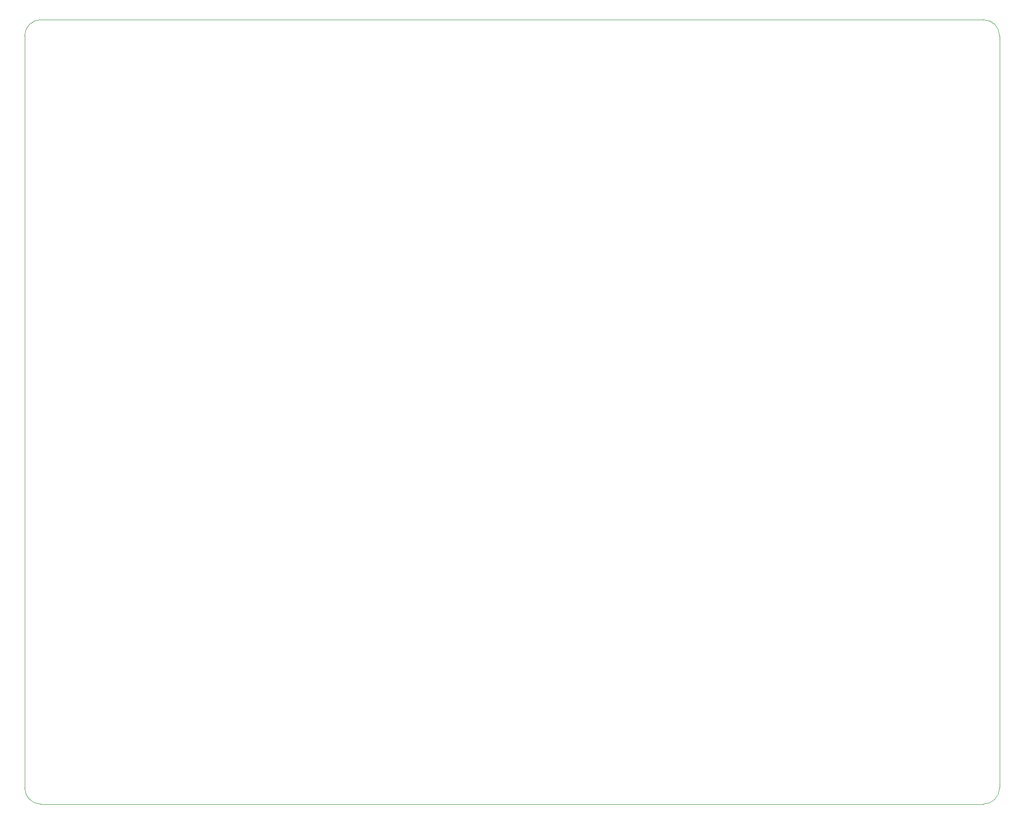
<source format=gbr>
%TF.GenerationSoftware,KiCad,Pcbnew,(7.0.0)*%
%TF.CreationDate,2023-11-10T08:28:01+01:00*%
%TF.ProjectId,AbuDhabi_ElectronBeam,41627544-6861-4626-995f-456c65637472,rev?*%
%TF.SameCoordinates,PXa6e49c0PYcef2840*%
%TF.FileFunction,Profile,NP*%
%FSLAX46Y46*%
G04 Gerber Fmt 4.6, Leading zero omitted, Abs format (unit mm)*
G04 Created by KiCad (PCBNEW (7.0.0)) date 2023-11-10 08:28:01*
%MOMM*%
%LPD*%
G01*
G04 APERTURE LIST*
%TA.AperFunction,Profile*%
%ADD10C,0.100000*%
%TD*%
G04 APERTURE END LIST*
D10*
X0Y3000000D02*
G75*
G03*
X3000000Y0I3000000J0D01*
G01*
X177000000Y0D02*
G75*
G03*
X180000000Y3000000I0J3000000D01*
G01*
X177000000Y0D02*
X3000000Y0D01*
X3000000Y145000000D02*
G75*
G03*
X0Y142000000I0J-3000000D01*
G01*
X0Y3000000D02*
X0Y142000000D01*
X180000000Y142000000D02*
G75*
G03*
X177000000Y145000000I-3000000J0D01*
G01*
X180000000Y142000000D02*
X180000000Y3000000D01*
X3000000Y145000000D02*
X177000000Y145000000D01*
M02*

</source>
